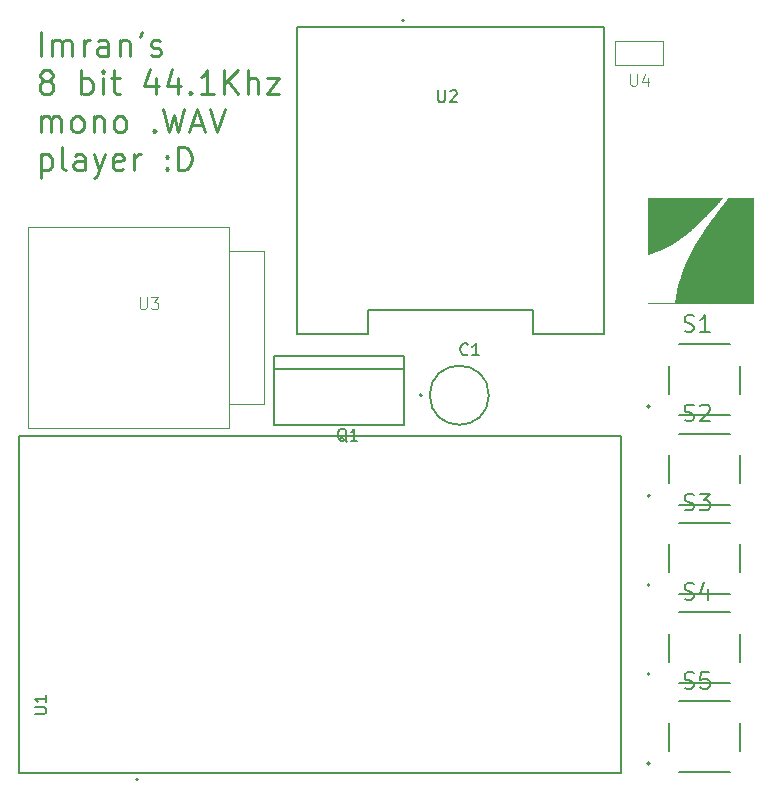
<source format=gbr>
%TF.GenerationSoftware,KiCad,Pcbnew,9.0.6*%
%TF.CreationDate,2025-12-11T14:53:55+06:00*%
%TF.ProjectId,.WAV player,2e574156-2070-46c6-9179-65722e6b6963,rev?*%
%TF.SameCoordinates,Original*%
%TF.FileFunction,Legend,Top*%
%TF.FilePolarity,Positive*%
%FSLAX46Y46*%
G04 Gerber Fmt 4.6, Leading zero omitted, Abs format (unit mm)*
G04 Created by KiCad (PCBNEW 9.0.6) date 2025-12-11 14:53:55*
%MOMM*%
%LPD*%
G01*
G04 APERTURE LIST*
%ADD10C,0.250000*%
%ADD11C,0.150000*%
%ADD12C,0.100000*%
%ADD13C,0.127000*%
%ADD14C,0.200000*%
%ADD15C,0.000000*%
G04 APERTURE END LIST*
D10*
X99446663Y-55487574D02*
X99446663Y-53487574D01*
X100399044Y-55487574D02*
X100399044Y-54154240D01*
X100399044Y-54344716D02*
X100494282Y-54249478D01*
X100494282Y-54249478D02*
X100684758Y-54154240D01*
X100684758Y-54154240D02*
X100970473Y-54154240D01*
X100970473Y-54154240D02*
X101160949Y-54249478D01*
X101160949Y-54249478D02*
X101256187Y-54439955D01*
X101256187Y-54439955D02*
X101256187Y-55487574D01*
X101256187Y-54439955D02*
X101351425Y-54249478D01*
X101351425Y-54249478D02*
X101541901Y-54154240D01*
X101541901Y-54154240D02*
X101827615Y-54154240D01*
X101827615Y-54154240D02*
X102018092Y-54249478D01*
X102018092Y-54249478D02*
X102113330Y-54439955D01*
X102113330Y-54439955D02*
X102113330Y-55487574D01*
X103065711Y-55487574D02*
X103065711Y-54154240D01*
X103065711Y-54535193D02*
X103160949Y-54344716D01*
X103160949Y-54344716D02*
X103256187Y-54249478D01*
X103256187Y-54249478D02*
X103446663Y-54154240D01*
X103446663Y-54154240D02*
X103637140Y-54154240D01*
X105160949Y-55487574D02*
X105160949Y-54439955D01*
X105160949Y-54439955D02*
X105065711Y-54249478D01*
X105065711Y-54249478D02*
X104875235Y-54154240D01*
X104875235Y-54154240D02*
X104494282Y-54154240D01*
X104494282Y-54154240D02*
X104303806Y-54249478D01*
X105160949Y-55392336D02*
X104970473Y-55487574D01*
X104970473Y-55487574D02*
X104494282Y-55487574D01*
X104494282Y-55487574D02*
X104303806Y-55392336D01*
X104303806Y-55392336D02*
X104208568Y-55201859D01*
X104208568Y-55201859D02*
X104208568Y-55011383D01*
X104208568Y-55011383D02*
X104303806Y-54820907D01*
X104303806Y-54820907D02*
X104494282Y-54725669D01*
X104494282Y-54725669D02*
X104970473Y-54725669D01*
X104970473Y-54725669D02*
X105160949Y-54630431D01*
X106113330Y-54154240D02*
X106113330Y-55487574D01*
X106113330Y-54344716D02*
X106208568Y-54249478D01*
X106208568Y-54249478D02*
X106399044Y-54154240D01*
X106399044Y-54154240D02*
X106684759Y-54154240D01*
X106684759Y-54154240D02*
X106875235Y-54249478D01*
X106875235Y-54249478D02*
X106970473Y-54439955D01*
X106970473Y-54439955D02*
X106970473Y-55487574D01*
X108018092Y-53487574D02*
X107827616Y-53868526D01*
X108779997Y-55392336D02*
X108970473Y-55487574D01*
X108970473Y-55487574D02*
X109351425Y-55487574D01*
X109351425Y-55487574D02*
X109541902Y-55392336D01*
X109541902Y-55392336D02*
X109637140Y-55201859D01*
X109637140Y-55201859D02*
X109637140Y-55106621D01*
X109637140Y-55106621D02*
X109541902Y-54916145D01*
X109541902Y-54916145D02*
X109351425Y-54820907D01*
X109351425Y-54820907D02*
X109065711Y-54820907D01*
X109065711Y-54820907D02*
X108875235Y-54725669D01*
X108875235Y-54725669D02*
X108779997Y-54535193D01*
X108779997Y-54535193D02*
X108779997Y-54439955D01*
X108779997Y-54439955D02*
X108875235Y-54249478D01*
X108875235Y-54249478D02*
X109065711Y-54154240D01*
X109065711Y-54154240D02*
X109351425Y-54154240D01*
X109351425Y-54154240D02*
X109541902Y-54249478D01*
X99732377Y-57564604D02*
X99541901Y-57469366D01*
X99541901Y-57469366D02*
X99446663Y-57374128D01*
X99446663Y-57374128D02*
X99351425Y-57183652D01*
X99351425Y-57183652D02*
X99351425Y-57088414D01*
X99351425Y-57088414D02*
X99446663Y-56897938D01*
X99446663Y-56897938D02*
X99541901Y-56802700D01*
X99541901Y-56802700D02*
X99732377Y-56707462D01*
X99732377Y-56707462D02*
X100113330Y-56707462D01*
X100113330Y-56707462D02*
X100303806Y-56802700D01*
X100303806Y-56802700D02*
X100399044Y-56897938D01*
X100399044Y-56897938D02*
X100494282Y-57088414D01*
X100494282Y-57088414D02*
X100494282Y-57183652D01*
X100494282Y-57183652D02*
X100399044Y-57374128D01*
X100399044Y-57374128D02*
X100303806Y-57469366D01*
X100303806Y-57469366D02*
X100113330Y-57564604D01*
X100113330Y-57564604D02*
X99732377Y-57564604D01*
X99732377Y-57564604D02*
X99541901Y-57659843D01*
X99541901Y-57659843D02*
X99446663Y-57755081D01*
X99446663Y-57755081D02*
X99351425Y-57945557D01*
X99351425Y-57945557D02*
X99351425Y-58326509D01*
X99351425Y-58326509D02*
X99446663Y-58516985D01*
X99446663Y-58516985D02*
X99541901Y-58612224D01*
X99541901Y-58612224D02*
X99732377Y-58707462D01*
X99732377Y-58707462D02*
X100113330Y-58707462D01*
X100113330Y-58707462D02*
X100303806Y-58612224D01*
X100303806Y-58612224D02*
X100399044Y-58516985D01*
X100399044Y-58516985D02*
X100494282Y-58326509D01*
X100494282Y-58326509D02*
X100494282Y-57945557D01*
X100494282Y-57945557D02*
X100399044Y-57755081D01*
X100399044Y-57755081D02*
X100303806Y-57659843D01*
X100303806Y-57659843D02*
X100113330Y-57564604D01*
X102875235Y-58707462D02*
X102875235Y-56707462D01*
X102875235Y-57469366D02*
X103065711Y-57374128D01*
X103065711Y-57374128D02*
X103446664Y-57374128D01*
X103446664Y-57374128D02*
X103637140Y-57469366D01*
X103637140Y-57469366D02*
X103732378Y-57564604D01*
X103732378Y-57564604D02*
X103827616Y-57755081D01*
X103827616Y-57755081D02*
X103827616Y-58326509D01*
X103827616Y-58326509D02*
X103732378Y-58516985D01*
X103732378Y-58516985D02*
X103637140Y-58612224D01*
X103637140Y-58612224D02*
X103446664Y-58707462D01*
X103446664Y-58707462D02*
X103065711Y-58707462D01*
X103065711Y-58707462D02*
X102875235Y-58612224D01*
X104684759Y-58707462D02*
X104684759Y-57374128D01*
X104684759Y-56707462D02*
X104589521Y-56802700D01*
X104589521Y-56802700D02*
X104684759Y-56897938D01*
X104684759Y-56897938D02*
X104779997Y-56802700D01*
X104779997Y-56802700D02*
X104684759Y-56707462D01*
X104684759Y-56707462D02*
X104684759Y-56897938D01*
X105351426Y-57374128D02*
X106113330Y-57374128D01*
X105637140Y-56707462D02*
X105637140Y-58421747D01*
X105637140Y-58421747D02*
X105732378Y-58612224D01*
X105732378Y-58612224D02*
X105922854Y-58707462D01*
X105922854Y-58707462D02*
X106113330Y-58707462D01*
X109160950Y-57374128D02*
X109160950Y-58707462D01*
X108684759Y-56612224D02*
X108208569Y-58040795D01*
X108208569Y-58040795D02*
X109446664Y-58040795D01*
X111065712Y-57374128D02*
X111065712Y-58707462D01*
X110589521Y-56612224D02*
X110113331Y-58040795D01*
X110113331Y-58040795D02*
X111351426Y-58040795D01*
X112113331Y-58516985D02*
X112208569Y-58612224D01*
X112208569Y-58612224D02*
X112113331Y-58707462D01*
X112113331Y-58707462D02*
X112018093Y-58612224D01*
X112018093Y-58612224D02*
X112113331Y-58516985D01*
X112113331Y-58516985D02*
X112113331Y-58707462D01*
X114113331Y-58707462D02*
X112970474Y-58707462D01*
X113541902Y-58707462D02*
X113541902Y-56707462D01*
X113541902Y-56707462D02*
X113351426Y-56993176D01*
X113351426Y-56993176D02*
X113160950Y-57183652D01*
X113160950Y-57183652D02*
X112970474Y-57278890D01*
X114970474Y-58707462D02*
X114970474Y-56707462D01*
X116113331Y-58707462D02*
X115256188Y-57564604D01*
X116113331Y-56707462D02*
X114970474Y-57850319D01*
X116970474Y-58707462D02*
X116970474Y-56707462D01*
X117827617Y-58707462D02*
X117827617Y-57659843D01*
X117827617Y-57659843D02*
X117732379Y-57469366D01*
X117732379Y-57469366D02*
X117541903Y-57374128D01*
X117541903Y-57374128D02*
X117256188Y-57374128D01*
X117256188Y-57374128D02*
X117065712Y-57469366D01*
X117065712Y-57469366D02*
X116970474Y-57564604D01*
X118589522Y-57374128D02*
X119637141Y-57374128D01*
X119637141Y-57374128D02*
X118589522Y-58707462D01*
X118589522Y-58707462D02*
X119637141Y-58707462D01*
X99446663Y-61927350D02*
X99446663Y-60594016D01*
X99446663Y-60784492D02*
X99541901Y-60689254D01*
X99541901Y-60689254D02*
X99732377Y-60594016D01*
X99732377Y-60594016D02*
X100018092Y-60594016D01*
X100018092Y-60594016D02*
X100208568Y-60689254D01*
X100208568Y-60689254D02*
X100303806Y-60879731D01*
X100303806Y-60879731D02*
X100303806Y-61927350D01*
X100303806Y-60879731D02*
X100399044Y-60689254D01*
X100399044Y-60689254D02*
X100589520Y-60594016D01*
X100589520Y-60594016D02*
X100875234Y-60594016D01*
X100875234Y-60594016D02*
X101065711Y-60689254D01*
X101065711Y-60689254D02*
X101160949Y-60879731D01*
X101160949Y-60879731D02*
X101160949Y-61927350D01*
X102399044Y-61927350D02*
X102208568Y-61832112D01*
X102208568Y-61832112D02*
X102113330Y-61736873D01*
X102113330Y-61736873D02*
X102018092Y-61546397D01*
X102018092Y-61546397D02*
X102018092Y-60974969D01*
X102018092Y-60974969D02*
X102113330Y-60784492D01*
X102113330Y-60784492D02*
X102208568Y-60689254D01*
X102208568Y-60689254D02*
X102399044Y-60594016D01*
X102399044Y-60594016D02*
X102684759Y-60594016D01*
X102684759Y-60594016D02*
X102875235Y-60689254D01*
X102875235Y-60689254D02*
X102970473Y-60784492D01*
X102970473Y-60784492D02*
X103065711Y-60974969D01*
X103065711Y-60974969D02*
X103065711Y-61546397D01*
X103065711Y-61546397D02*
X102970473Y-61736873D01*
X102970473Y-61736873D02*
X102875235Y-61832112D01*
X102875235Y-61832112D02*
X102684759Y-61927350D01*
X102684759Y-61927350D02*
X102399044Y-61927350D01*
X103922854Y-60594016D02*
X103922854Y-61927350D01*
X103922854Y-60784492D02*
X104018092Y-60689254D01*
X104018092Y-60689254D02*
X104208568Y-60594016D01*
X104208568Y-60594016D02*
X104494283Y-60594016D01*
X104494283Y-60594016D02*
X104684759Y-60689254D01*
X104684759Y-60689254D02*
X104779997Y-60879731D01*
X104779997Y-60879731D02*
X104779997Y-61927350D01*
X106018092Y-61927350D02*
X105827616Y-61832112D01*
X105827616Y-61832112D02*
X105732378Y-61736873D01*
X105732378Y-61736873D02*
X105637140Y-61546397D01*
X105637140Y-61546397D02*
X105637140Y-60974969D01*
X105637140Y-60974969D02*
X105732378Y-60784492D01*
X105732378Y-60784492D02*
X105827616Y-60689254D01*
X105827616Y-60689254D02*
X106018092Y-60594016D01*
X106018092Y-60594016D02*
X106303807Y-60594016D01*
X106303807Y-60594016D02*
X106494283Y-60689254D01*
X106494283Y-60689254D02*
X106589521Y-60784492D01*
X106589521Y-60784492D02*
X106684759Y-60974969D01*
X106684759Y-60974969D02*
X106684759Y-61546397D01*
X106684759Y-61546397D02*
X106589521Y-61736873D01*
X106589521Y-61736873D02*
X106494283Y-61832112D01*
X106494283Y-61832112D02*
X106303807Y-61927350D01*
X106303807Y-61927350D02*
X106018092Y-61927350D01*
X109065712Y-61736873D02*
X109160950Y-61832112D01*
X109160950Y-61832112D02*
X109065712Y-61927350D01*
X109065712Y-61927350D02*
X108970474Y-61832112D01*
X108970474Y-61832112D02*
X109065712Y-61736873D01*
X109065712Y-61736873D02*
X109065712Y-61927350D01*
X109827617Y-59927350D02*
X110303807Y-61927350D01*
X110303807Y-61927350D02*
X110684760Y-60498778D01*
X110684760Y-60498778D02*
X111065712Y-61927350D01*
X111065712Y-61927350D02*
X111541903Y-59927350D01*
X112208569Y-61355921D02*
X113160950Y-61355921D01*
X112018093Y-61927350D02*
X112684759Y-59927350D01*
X112684759Y-59927350D02*
X113351426Y-61927350D01*
X113732379Y-59927350D02*
X114399045Y-61927350D01*
X114399045Y-61927350D02*
X115065712Y-59927350D01*
X99446663Y-63813904D02*
X99446663Y-65813904D01*
X99446663Y-63909142D02*
X99637139Y-63813904D01*
X99637139Y-63813904D02*
X100018092Y-63813904D01*
X100018092Y-63813904D02*
X100208568Y-63909142D01*
X100208568Y-63909142D02*
X100303806Y-64004380D01*
X100303806Y-64004380D02*
X100399044Y-64194857D01*
X100399044Y-64194857D02*
X100399044Y-64766285D01*
X100399044Y-64766285D02*
X100303806Y-64956761D01*
X100303806Y-64956761D02*
X100208568Y-65052000D01*
X100208568Y-65052000D02*
X100018092Y-65147238D01*
X100018092Y-65147238D02*
X99637139Y-65147238D01*
X99637139Y-65147238D02*
X99446663Y-65052000D01*
X101541901Y-65147238D02*
X101351425Y-65052000D01*
X101351425Y-65052000D02*
X101256187Y-64861523D01*
X101256187Y-64861523D02*
X101256187Y-63147238D01*
X103160949Y-65147238D02*
X103160949Y-64099619D01*
X103160949Y-64099619D02*
X103065711Y-63909142D01*
X103065711Y-63909142D02*
X102875235Y-63813904D01*
X102875235Y-63813904D02*
X102494282Y-63813904D01*
X102494282Y-63813904D02*
X102303806Y-63909142D01*
X103160949Y-65052000D02*
X102970473Y-65147238D01*
X102970473Y-65147238D02*
X102494282Y-65147238D01*
X102494282Y-65147238D02*
X102303806Y-65052000D01*
X102303806Y-65052000D02*
X102208568Y-64861523D01*
X102208568Y-64861523D02*
X102208568Y-64671047D01*
X102208568Y-64671047D02*
X102303806Y-64480571D01*
X102303806Y-64480571D02*
X102494282Y-64385333D01*
X102494282Y-64385333D02*
X102970473Y-64385333D01*
X102970473Y-64385333D02*
X103160949Y-64290095D01*
X103922854Y-63813904D02*
X104399044Y-65147238D01*
X104875235Y-63813904D02*
X104399044Y-65147238D01*
X104399044Y-65147238D02*
X104208568Y-65623428D01*
X104208568Y-65623428D02*
X104113330Y-65718666D01*
X104113330Y-65718666D02*
X103922854Y-65813904D01*
X106399045Y-65052000D02*
X106208569Y-65147238D01*
X106208569Y-65147238D02*
X105827616Y-65147238D01*
X105827616Y-65147238D02*
X105637140Y-65052000D01*
X105637140Y-65052000D02*
X105541902Y-64861523D01*
X105541902Y-64861523D02*
X105541902Y-64099619D01*
X105541902Y-64099619D02*
X105637140Y-63909142D01*
X105637140Y-63909142D02*
X105827616Y-63813904D01*
X105827616Y-63813904D02*
X106208569Y-63813904D01*
X106208569Y-63813904D02*
X106399045Y-63909142D01*
X106399045Y-63909142D02*
X106494283Y-64099619D01*
X106494283Y-64099619D02*
X106494283Y-64290095D01*
X106494283Y-64290095D02*
X105541902Y-64480571D01*
X107351426Y-65147238D02*
X107351426Y-63813904D01*
X107351426Y-64194857D02*
X107446664Y-64004380D01*
X107446664Y-64004380D02*
X107541902Y-63909142D01*
X107541902Y-63909142D02*
X107732378Y-63813904D01*
X107732378Y-63813904D02*
X107922855Y-63813904D01*
X110113331Y-64956761D02*
X110208569Y-65052000D01*
X110208569Y-65052000D02*
X110113331Y-65147238D01*
X110113331Y-65147238D02*
X110018093Y-65052000D01*
X110018093Y-65052000D02*
X110113331Y-64956761D01*
X110113331Y-64956761D02*
X110113331Y-65147238D01*
X110113331Y-63909142D02*
X110208569Y-64004380D01*
X110208569Y-64004380D02*
X110113331Y-64099619D01*
X110113331Y-64099619D02*
X110018093Y-64004380D01*
X110018093Y-64004380D02*
X110113331Y-63909142D01*
X110113331Y-63909142D02*
X110113331Y-64099619D01*
X111065712Y-65147238D02*
X111065712Y-63147238D01*
X111065712Y-63147238D02*
X111541902Y-63147238D01*
X111541902Y-63147238D02*
X111827617Y-63242476D01*
X111827617Y-63242476D02*
X112018093Y-63432952D01*
X112018093Y-63432952D02*
X112113331Y-63623428D01*
X112113331Y-63623428D02*
X112208569Y-64004380D01*
X112208569Y-64004380D02*
X112208569Y-64290095D01*
X112208569Y-64290095D02*
X112113331Y-64671047D01*
X112113331Y-64671047D02*
X112018093Y-64861523D01*
X112018093Y-64861523D02*
X111827617Y-65052000D01*
X111827617Y-65052000D02*
X111541902Y-65147238D01*
X111541902Y-65147238D02*
X111065712Y-65147238D01*
D11*
X125334761Y-88138057D02*
X125239523Y-88090438D01*
X125239523Y-88090438D02*
X125144285Y-87995200D01*
X125144285Y-87995200D02*
X125001428Y-87852342D01*
X125001428Y-87852342D02*
X124906190Y-87804723D01*
X124906190Y-87804723D02*
X124810952Y-87804723D01*
X124858571Y-88042819D02*
X124763333Y-87995200D01*
X124763333Y-87995200D02*
X124668095Y-87899961D01*
X124668095Y-87899961D02*
X124620476Y-87709485D01*
X124620476Y-87709485D02*
X124620476Y-87376152D01*
X124620476Y-87376152D02*
X124668095Y-87185676D01*
X124668095Y-87185676D02*
X124763333Y-87090438D01*
X124763333Y-87090438D02*
X124858571Y-87042819D01*
X124858571Y-87042819D02*
X125049047Y-87042819D01*
X125049047Y-87042819D02*
X125144285Y-87090438D01*
X125144285Y-87090438D02*
X125239523Y-87185676D01*
X125239523Y-87185676D02*
X125287142Y-87376152D01*
X125287142Y-87376152D02*
X125287142Y-87709485D01*
X125287142Y-87709485D02*
X125239523Y-87899961D01*
X125239523Y-87899961D02*
X125144285Y-87995200D01*
X125144285Y-87995200D02*
X125049047Y-88042819D01*
X125049047Y-88042819D02*
X124858571Y-88042819D01*
X126239523Y-88042819D02*
X125668095Y-88042819D01*
X125953809Y-88042819D02*
X125953809Y-87042819D01*
X125953809Y-87042819D02*
X125858571Y-87185676D01*
X125858571Y-87185676D02*
X125763333Y-87280914D01*
X125763333Y-87280914D02*
X125668095Y-87328533D01*
X153948333Y-109005200D02*
X154148333Y-109071866D01*
X154148333Y-109071866D02*
X154481667Y-109071866D01*
X154481667Y-109071866D02*
X154615000Y-109005200D01*
X154615000Y-109005200D02*
X154681667Y-108938533D01*
X154681667Y-108938533D02*
X154748333Y-108805200D01*
X154748333Y-108805200D02*
X154748333Y-108671866D01*
X154748333Y-108671866D02*
X154681667Y-108538533D01*
X154681667Y-108538533D02*
X154615000Y-108471866D01*
X154615000Y-108471866D02*
X154481667Y-108405200D01*
X154481667Y-108405200D02*
X154215000Y-108338533D01*
X154215000Y-108338533D02*
X154081667Y-108271866D01*
X154081667Y-108271866D02*
X154015000Y-108205200D01*
X154015000Y-108205200D02*
X153948333Y-108071866D01*
X153948333Y-108071866D02*
X153948333Y-107938533D01*
X153948333Y-107938533D02*
X154015000Y-107805200D01*
X154015000Y-107805200D02*
X154081667Y-107738533D01*
X154081667Y-107738533D02*
X154215000Y-107671866D01*
X154215000Y-107671866D02*
X154548333Y-107671866D01*
X154548333Y-107671866D02*
X154748333Y-107738533D01*
X156015000Y-107671866D02*
X155348333Y-107671866D01*
X155348333Y-107671866D02*
X155281666Y-108338533D01*
X155281666Y-108338533D02*
X155348333Y-108271866D01*
X155348333Y-108271866D02*
X155481666Y-108205200D01*
X155481666Y-108205200D02*
X155815000Y-108205200D01*
X155815000Y-108205200D02*
X155948333Y-108271866D01*
X155948333Y-108271866D02*
X156015000Y-108338533D01*
X156015000Y-108338533D02*
X156081666Y-108471866D01*
X156081666Y-108471866D02*
X156081666Y-108805200D01*
X156081666Y-108805200D02*
X156015000Y-108938533D01*
X156015000Y-108938533D02*
X155948333Y-109005200D01*
X155948333Y-109005200D02*
X155815000Y-109071866D01*
X155815000Y-109071866D02*
X155481666Y-109071866D01*
X155481666Y-109071866D02*
X155348333Y-109005200D01*
X155348333Y-109005200D02*
X155281666Y-108938533D01*
X153948333Y-78773200D02*
X154148333Y-78839866D01*
X154148333Y-78839866D02*
X154481667Y-78839866D01*
X154481667Y-78839866D02*
X154615000Y-78773200D01*
X154615000Y-78773200D02*
X154681667Y-78706533D01*
X154681667Y-78706533D02*
X154748333Y-78573200D01*
X154748333Y-78573200D02*
X154748333Y-78439866D01*
X154748333Y-78439866D02*
X154681667Y-78306533D01*
X154681667Y-78306533D02*
X154615000Y-78239866D01*
X154615000Y-78239866D02*
X154481667Y-78173200D01*
X154481667Y-78173200D02*
X154215000Y-78106533D01*
X154215000Y-78106533D02*
X154081667Y-78039866D01*
X154081667Y-78039866D02*
X154015000Y-77973200D01*
X154015000Y-77973200D02*
X153948333Y-77839866D01*
X153948333Y-77839866D02*
X153948333Y-77706533D01*
X153948333Y-77706533D02*
X154015000Y-77573200D01*
X154015000Y-77573200D02*
X154081667Y-77506533D01*
X154081667Y-77506533D02*
X154215000Y-77439866D01*
X154215000Y-77439866D02*
X154548333Y-77439866D01*
X154548333Y-77439866D02*
X154748333Y-77506533D01*
X156081666Y-78839866D02*
X155281666Y-78839866D01*
X155681666Y-78839866D02*
X155681666Y-77439866D01*
X155681666Y-77439866D02*
X155548333Y-77639866D01*
X155548333Y-77639866D02*
X155415000Y-77773200D01*
X155415000Y-77773200D02*
X155281666Y-77839866D01*
D12*
X107823095Y-75928419D02*
X107823095Y-76737942D01*
X107823095Y-76737942D02*
X107870714Y-76833180D01*
X107870714Y-76833180D02*
X107918333Y-76880800D01*
X107918333Y-76880800D02*
X108013571Y-76928419D01*
X108013571Y-76928419D02*
X108204047Y-76928419D01*
X108204047Y-76928419D02*
X108299285Y-76880800D01*
X108299285Y-76880800D02*
X108346904Y-76833180D01*
X108346904Y-76833180D02*
X108394523Y-76737942D01*
X108394523Y-76737942D02*
X108394523Y-75928419D01*
X108775476Y-75928419D02*
X109394523Y-75928419D01*
X109394523Y-75928419D02*
X109061190Y-76309371D01*
X109061190Y-76309371D02*
X109204047Y-76309371D01*
X109204047Y-76309371D02*
X109299285Y-76356990D01*
X109299285Y-76356990D02*
X109346904Y-76404609D01*
X109346904Y-76404609D02*
X109394523Y-76499847D01*
X109394523Y-76499847D02*
X109394523Y-76737942D01*
X109394523Y-76737942D02*
X109346904Y-76833180D01*
X109346904Y-76833180D02*
X109299285Y-76880800D01*
X109299285Y-76880800D02*
X109204047Y-76928419D01*
X109204047Y-76928419D02*
X108918333Y-76928419D01*
X108918333Y-76928419D02*
X108823095Y-76880800D01*
X108823095Y-76880800D02*
X108775476Y-76833180D01*
D11*
X98915819Y-111181404D02*
X99725342Y-111181404D01*
X99725342Y-111181404D02*
X99820580Y-111133785D01*
X99820580Y-111133785D02*
X99868200Y-111086166D01*
X99868200Y-111086166D02*
X99915819Y-110990928D01*
X99915819Y-110990928D02*
X99915819Y-110800452D01*
X99915819Y-110800452D02*
X99868200Y-110705214D01*
X99868200Y-110705214D02*
X99820580Y-110657595D01*
X99820580Y-110657595D02*
X99725342Y-110609976D01*
X99725342Y-110609976D02*
X98915819Y-110609976D01*
X99915819Y-109609976D02*
X99915819Y-110181404D01*
X99915819Y-109895690D02*
X98915819Y-109895690D01*
X98915819Y-109895690D02*
X99058676Y-109990928D01*
X99058676Y-109990928D02*
X99153914Y-110086166D01*
X99153914Y-110086166D02*
X99201533Y-110181404D01*
X153948333Y-86331200D02*
X154148333Y-86397866D01*
X154148333Y-86397866D02*
X154481667Y-86397866D01*
X154481667Y-86397866D02*
X154615000Y-86331200D01*
X154615000Y-86331200D02*
X154681667Y-86264533D01*
X154681667Y-86264533D02*
X154748333Y-86131200D01*
X154748333Y-86131200D02*
X154748333Y-85997866D01*
X154748333Y-85997866D02*
X154681667Y-85864533D01*
X154681667Y-85864533D02*
X154615000Y-85797866D01*
X154615000Y-85797866D02*
X154481667Y-85731200D01*
X154481667Y-85731200D02*
X154215000Y-85664533D01*
X154215000Y-85664533D02*
X154081667Y-85597866D01*
X154081667Y-85597866D02*
X154015000Y-85531200D01*
X154015000Y-85531200D02*
X153948333Y-85397866D01*
X153948333Y-85397866D02*
X153948333Y-85264533D01*
X153948333Y-85264533D02*
X154015000Y-85131200D01*
X154015000Y-85131200D02*
X154081667Y-85064533D01*
X154081667Y-85064533D02*
X154215000Y-84997866D01*
X154215000Y-84997866D02*
X154548333Y-84997866D01*
X154548333Y-84997866D02*
X154748333Y-85064533D01*
X155281666Y-85131200D02*
X155348333Y-85064533D01*
X155348333Y-85064533D02*
X155481666Y-84997866D01*
X155481666Y-84997866D02*
X155815000Y-84997866D01*
X155815000Y-84997866D02*
X155948333Y-85064533D01*
X155948333Y-85064533D02*
X156015000Y-85131200D01*
X156015000Y-85131200D02*
X156081666Y-85264533D01*
X156081666Y-85264533D02*
X156081666Y-85397866D01*
X156081666Y-85397866D02*
X156015000Y-85597866D01*
X156015000Y-85597866D02*
X155215000Y-86397866D01*
X155215000Y-86397866D02*
X156081666Y-86397866D01*
X153948333Y-101447200D02*
X154148333Y-101513866D01*
X154148333Y-101513866D02*
X154481667Y-101513866D01*
X154481667Y-101513866D02*
X154615000Y-101447200D01*
X154615000Y-101447200D02*
X154681667Y-101380533D01*
X154681667Y-101380533D02*
X154748333Y-101247200D01*
X154748333Y-101247200D02*
X154748333Y-101113866D01*
X154748333Y-101113866D02*
X154681667Y-100980533D01*
X154681667Y-100980533D02*
X154615000Y-100913866D01*
X154615000Y-100913866D02*
X154481667Y-100847200D01*
X154481667Y-100847200D02*
X154215000Y-100780533D01*
X154215000Y-100780533D02*
X154081667Y-100713866D01*
X154081667Y-100713866D02*
X154015000Y-100647200D01*
X154015000Y-100647200D02*
X153948333Y-100513866D01*
X153948333Y-100513866D02*
X153948333Y-100380533D01*
X153948333Y-100380533D02*
X154015000Y-100247200D01*
X154015000Y-100247200D02*
X154081667Y-100180533D01*
X154081667Y-100180533D02*
X154215000Y-100113866D01*
X154215000Y-100113866D02*
X154548333Y-100113866D01*
X154548333Y-100113866D02*
X154748333Y-100180533D01*
X155948333Y-100580533D02*
X155948333Y-101513866D01*
X155615000Y-100047200D02*
X155281666Y-101047200D01*
X155281666Y-101047200D02*
X156148333Y-101047200D01*
X153948333Y-93889200D02*
X154148333Y-93955866D01*
X154148333Y-93955866D02*
X154481667Y-93955866D01*
X154481667Y-93955866D02*
X154615000Y-93889200D01*
X154615000Y-93889200D02*
X154681667Y-93822533D01*
X154681667Y-93822533D02*
X154748333Y-93689200D01*
X154748333Y-93689200D02*
X154748333Y-93555866D01*
X154748333Y-93555866D02*
X154681667Y-93422533D01*
X154681667Y-93422533D02*
X154615000Y-93355866D01*
X154615000Y-93355866D02*
X154481667Y-93289200D01*
X154481667Y-93289200D02*
X154215000Y-93222533D01*
X154215000Y-93222533D02*
X154081667Y-93155866D01*
X154081667Y-93155866D02*
X154015000Y-93089200D01*
X154015000Y-93089200D02*
X153948333Y-92955866D01*
X153948333Y-92955866D02*
X153948333Y-92822533D01*
X153948333Y-92822533D02*
X154015000Y-92689200D01*
X154015000Y-92689200D02*
X154081667Y-92622533D01*
X154081667Y-92622533D02*
X154215000Y-92555866D01*
X154215000Y-92555866D02*
X154548333Y-92555866D01*
X154548333Y-92555866D02*
X154748333Y-92622533D01*
X155215000Y-92555866D02*
X156081666Y-92555866D01*
X156081666Y-92555866D02*
X155615000Y-93089200D01*
X155615000Y-93089200D02*
X155815000Y-93089200D01*
X155815000Y-93089200D02*
X155948333Y-93155866D01*
X155948333Y-93155866D02*
X156015000Y-93222533D01*
X156015000Y-93222533D02*
X156081666Y-93355866D01*
X156081666Y-93355866D02*
X156081666Y-93689200D01*
X156081666Y-93689200D02*
X156015000Y-93822533D01*
X156015000Y-93822533D02*
X155948333Y-93889200D01*
X155948333Y-93889200D02*
X155815000Y-93955866D01*
X155815000Y-93955866D02*
X155415000Y-93955866D01*
X155415000Y-93955866D02*
X155281666Y-93889200D01*
X155281666Y-93889200D02*
X155215000Y-93822533D01*
X135590633Y-80725580D02*
X135543014Y-80773200D01*
X135543014Y-80773200D02*
X135400157Y-80820819D01*
X135400157Y-80820819D02*
X135304919Y-80820819D01*
X135304919Y-80820819D02*
X135162062Y-80773200D01*
X135162062Y-80773200D02*
X135066824Y-80677961D01*
X135066824Y-80677961D02*
X135019205Y-80582723D01*
X135019205Y-80582723D02*
X134971586Y-80392247D01*
X134971586Y-80392247D02*
X134971586Y-80249390D01*
X134971586Y-80249390D02*
X135019205Y-80058914D01*
X135019205Y-80058914D02*
X135066824Y-79963676D01*
X135066824Y-79963676D02*
X135162062Y-79868438D01*
X135162062Y-79868438D02*
X135304919Y-79820819D01*
X135304919Y-79820819D02*
X135400157Y-79820819D01*
X135400157Y-79820819D02*
X135543014Y-79868438D01*
X135543014Y-79868438D02*
X135590633Y-79916057D01*
X136543014Y-80820819D02*
X135971586Y-80820819D01*
X136257300Y-80820819D02*
X136257300Y-79820819D01*
X136257300Y-79820819D02*
X136162062Y-79963676D01*
X136162062Y-79963676D02*
X136066824Y-80058914D01*
X136066824Y-80058914D02*
X135971586Y-80106533D01*
X133096095Y-58382819D02*
X133096095Y-59192342D01*
X133096095Y-59192342D02*
X133143714Y-59287580D01*
X133143714Y-59287580D02*
X133191333Y-59335200D01*
X133191333Y-59335200D02*
X133286571Y-59382819D01*
X133286571Y-59382819D02*
X133477047Y-59382819D01*
X133477047Y-59382819D02*
X133572285Y-59335200D01*
X133572285Y-59335200D02*
X133619904Y-59287580D01*
X133619904Y-59287580D02*
X133667523Y-59192342D01*
X133667523Y-59192342D02*
X133667523Y-58382819D01*
X134096095Y-58478057D02*
X134143714Y-58430438D01*
X134143714Y-58430438D02*
X134238952Y-58382819D01*
X134238952Y-58382819D02*
X134477047Y-58382819D01*
X134477047Y-58382819D02*
X134572285Y-58430438D01*
X134572285Y-58430438D02*
X134619904Y-58478057D01*
X134619904Y-58478057D02*
X134667523Y-58573295D01*
X134667523Y-58573295D02*
X134667523Y-58668533D01*
X134667523Y-58668533D02*
X134619904Y-58811390D01*
X134619904Y-58811390D02*
X134048476Y-59382819D01*
X134048476Y-59382819D02*
X134667523Y-59382819D01*
D12*
X149352095Y-57012419D02*
X149352095Y-57821942D01*
X149352095Y-57821942D02*
X149399714Y-57917180D01*
X149399714Y-57917180D02*
X149447333Y-57964800D01*
X149447333Y-57964800D02*
X149542571Y-58012419D01*
X149542571Y-58012419D02*
X149733047Y-58012419D01*
X149733047Y-58012419D02*
X149828285Y-57964800D01*
X149828285Y-57964800D02*
X149875904Y-57917180D01*
X149875904Y-57917180D02*
X149923523Y-57821942D01*
X149923523Y-57821942D02*
X149923523Y-57012419D01*
X150828285Y-57345752D02*
X150828285Y-58012419D01*
X150590190Y-56964800D02*
X150352095Y-57679085D01*
X150352095Y-57679085D02*
X150971142Y-57679085D01*
D13*
%TO.C,Q1*%
X119214000Y-80920000D02*
X130214000Y-80920000D01*
X119214000Y-82020000D02*
X119214000Y-80920000D01*
X119214000Y-82020000D02*
X130214000Y-82020000D01*
X119214000Y-86720000D02*
X119214000Y-82020000D01*
X130214000Y-80920000D02*
X130214000Y-82020000D01*
X130214000Y-82020000D02*
X130214000Y-86720000D01*
X130214000Y-86720000D02*
X119214000Y-86720000D01*
%TO.C,S5*%
X152650000Y-111948500D02*
X152650000Y-114313500D01*
X153467500Y-110131000D02*
X157832500Y-110131000D01*
X153467500Y-116131000D02*
X157832500Y-116131000D01*
X158650000Y-111948500D02*
X158650000Y-114313500D01*
D14*
X151000000Y-115381000D02*
G75*
G02*
X150800000Y-115381000I-100000J0D01*
G01*
X150800000Y-115381000D02*
G75*
G02*
X151000000Y-115381000I100000J0D01*
G01*
D13*
%TO.C,S1*%
X152650000Y-81716500D02*
X152650000Y-84081500D01*
X153467500Y-79899000D02*
X157832500Y-79899000D01*
X153467500Y-85899000D02*
X157832500Y-85899000D01*
X158650000Y-81716500D02*
X158650000Y-84081500D01*
D14*
X151000000Y-85149000D02*
G75*
G02*
X150800000Y-85149000I-100000J0D01*
G01*
X150800000Y-85149000D02*
G75*
G02*
X151000000Y-85149000I100000J0D01*
G01*
%TO.C,U3*%
D12*
X98334000Y-86962000D02*
X115334000Y-86962000D01*
X115334000Y-69962000D01*
X98334000Y-69962000D01*
X98334000Y-86962000D01*
X115334000Y-84962000D02*
X118334000Y-84962000D01*
X118334000Y-71962000D01*
X115334000Y-71962000D01*
X115334000Y-84962000D01*
D13*
%TO.C,U1*%
X97608000Y-87662000D02*
X148558000Y-87662000D01*
X97608000Y-87662000D02*
X148558000Y-87662000D01*
X97608000Y-98392000D02*
X97608000Y-87662000D01*
X97608000Y-105103000D02*
X97608000Y-98392000D01*
X97608000Y-116172000D02*
X97608000Y-87662000D01*
X97608000Y-116172000D02*
X97608000Y-105103000D01*
X148558000Y-87662000D02*
X148558000Y-116172000D01*
X148558000Y-93112000D02*
X148558000Y-87662000D01*
X148558000Y-110802000D02*
X148558000Y-93112000D01*
X148558000Y-116172000D02*
X97608000Y-116172000D01*
X148558000Y-116172000D02*
X97608000Y-116172000D01*
X148558000Y-116172000D02*
X148558000Y-110802000D01*
D14*
X107668000Y-116742000D02*
G75*
G02*
X107468000Y-116742000I-100000J0D01*
G01*
X107468000Y-116742000D02*
G75*
G02*
X107668000Y-116742000I100000J0D01*
G01*
D15*
%TO.C,G\u002A\u002A\u002A*%
G36*
X153587097Y-74372275D02*
G01*
X153582929Y-74376443D01*
X153578761Y-74372275D01*
X153582929Y-74368107D01*
X153587097Y-74372275D01*
G37*
G36*
X154022657Y-67507914D02*
G01*
X157225791Y-67508305D01*
X157196615Y-67530838D01*
X157165635Y-67556876D01*
X157135775Y-67586964D01*
X157103708Y-67624709D01*
X157071574Y-67666383D01*
X157046970Y-67697974D01*
X157016861Y-67734153D01*
X156979824Y-67776535D01*
X156934435Y-67826735D01*
X156879271Y-67886365D01*
X156851551Y-67915990D01*
X156828088Y-67942072D01*
X156805743Y-67968648D01*
X156794809Y-67982678D01*
X156779614Y-68001251D01*
X156756327Y-68027395D01*
X156728706Y-68056955D01*
X156711842Y-68074375D01*
X156671888Y-68115478D01*
X156629374Y-68159973D01*
X156586278Y-68205716D01*
X156544573Y-68250566D01*
X156506238Y-68292380D01*
X156473249Y-68329016D01*
X156447580Y-68358331D01*
X156431210Y-68378183D01*
X156429504Y-68380449D01*
X156409533Y-68404091D01*
X156383356Y-68430653D01*
X156365720Y-68446565D01*
X156341774Y-68469166D01*
X156312981Y-68499725D01*
X156284399Y-68532790D01*
X156275479Y-68543823D01*
X156253192Y-68571006D01*
X156234148Y-68592454D01*
X156221010Y-68605260D01*
X156217127Y-68607584D01*
X156206367Y-68613955D01*
X156185966Y-68631329D01*
X156157355Y-68658245D01*
X156121963Y-68693242D01*
X156081221Y-68734856D01*
X156036558Y-68781627D01*
X155989405Y-68832092D01*
X155941191Y-68884790D01*
X155893348Y-68938258D01*
X155890637Y-68941326D01*
X155855533Y-68980048D01*
X155812446Y-69025973D01*
X155765475Y-69074823D01*
X155718724Y-69122315D01*
X155688543Y-69152245D01*
X155652500Y-69187822D01*
X155620911Y-69219522D01*
X155595590Y-69245481D01*
X155578352Y-69263836D01*
X155571009Y-69272725D01*
X155570874Y-69273118D01*
X155564582Y-69280546D01*
X155548094Y-69294996D01*
X155524671Y-69313650D01*
X155518773Y-69318142D01*
X155496330Y-69336484D01*
X155464990Y-69364016D01*
X155427626Y-69398117D01*
X155387107Y-69436166D01*
X155346305Y-69475543D01*
X155345300Y-69476527D01*
X155286830Y-69533679D01*
X155234722Y-69584280D01*
X155189901Y-69627451D01*
X155153292Y-69662308D01*
X155125822Y-69687972D01*
X155108414Y-69703559D01*
X155102111Y-69708245D01*
X155095509Y-69713781D01*
X155079174Y-69729051D01*
X155055207Y-69752047D01*
X155025712Y-69780760D01*
X155007980Y-69798177D01*
X154965324Y-69839684D01*
X154918304Y-69884566D01*
X154869816Y-69930131D01*
X154822757Y-69973690D01*
X154780024Y-70012553D01*
X154744515Y-70044030D01*
X154727754Y-70058359D01*
X154706574Y-70076719D01*
X154681204Y-70099582D01*
X154669455Y-70110460D01*
X154650573Y-70127683D01*
X154637176Y-70139036D01*
X154633110Y-70141720D01*
X154626309Y-70147167D01*
X154610171Y-70161925D01*
X154587248Y-70183617D01*
X154565018Y-70205071D01*
X154509583Y-70258513D01*
X154458465Y-70306844D01*
X154413501Y-70348368D01*
X154376527Y-70381389D01*
X154349381Y-70404212D01*
X154349262Y-70404306D01*
X154328663Y-70420938D01*
X154312882Y-70434206D01*
X154308777Y-70437909D01*
X154293806Y-70451401D01*
X154269165Y-70472671D01*
X154238120Y-70498981D01*
X154203938Y-70527592D01*
X154169886Y-70555766D01*
X154139232Y-70580766D01*
X154120116Y-70596036D01*
X154090193Y-70620089D01*
X154061141Y-70644262D01*
X154038899Y-70663607D01*
X154037623Y-70664769D01*
X154018291Y-70680744D01*
X154002892Y-70690477D01*
X153998343Y-70691861D01*
X153987048Y-70696420D01*
X153985839Y-70698242D01*
X153978349Y-70705674D01*
X153960484Y-70720470D01*
X153935318Y-70740138D01*
X153918456Y-70752894D01*
X153890775Y-70774303D01*
X153869023Y-70792475D01*
X153856124Y-70804894D01*
X153853851Y-70808511D01*
X153847064Y-70816908D01*
X153839263Y-70820611D01*
X153825349Y-70828617D01*
X153804618Y-70844298D01*
X153787832Y-70858685D01*
X153766389Y-70876567D01*
X153748750Y-70888648D01*
X153740541Y-70891966D01*
X153728270Y-70897384D01*
X153710942Y-70910816D01*
X153706527Y-70914956D01*
X153684894Y-70932247D01*
X153656351Y-70950390D01*
X153641282Y-70958440D01*
X153616667Y-70971473D01*
X153587953Y-70988612D01*
X153553014Y-71011247D01*
X153509725Y-71040769D01*
X153455961Y-71078568D01*
X153436683Y-71092292D01*
X153409790Y-71111071D01*
X153388162Y-71125407D01*
X153375256Y-71133040D01*
X153373369Y-71133712D01*
X153364570Y-71139196D01*
X153350705Y-71152410D01*
X153350475Y-71152657D01*
X153330770Y-71169105D01*
X153305850Y-71184320D01*
X153302735Y-71185847D01*
X153280475Y-71198261D01*
X153264048Y-71210678D01*
X153262118Y-71212751D01*
X153249884Y-71223325D01*
X153243960Y-71225409D01*
X153232404Y-71230046D01*
X153214190Y-71241153D01*
X153195462Y-71254523D01*
X153182368Y-71265949D01*
X153180019Y-71269173D01*
X153170420Y-71275050D01*
X153166648Y-71275425D01*
X153153602Y-71280658D01*
X153136467Y-71293335D01*
X153135530Y-71294182D01*
X153115484Y-71309709D01*
X153089018Y-71326859D01*
X153078044Y-71333154D01*
X153047353Y-71351682D01*
X153015901Y-71373229D01*
X153007740Y-71379389D01*
X152979548Y-71400307D01*
X152949523Y-71421035D01*
X152941052Y-71426531D01*
X152912914Y-71444576D01*
X152881681Y-71464916D01*
X152870942Y-71471992D01*
X152812914Y-71508798D01*
X152756662Y-71540677D01*
X152730566Y-71554324D01*
X152707150Y-71567529D01*
X152691269Y-71578795D01*
X152686802Y-71584473D01*
X152679664Y-71590280D01*
X152665962Y-71592196D01*
X152650296Y-71595049D01*
X152645121Y-71600532D01*
X152638318Y-71607804D01*
X152631848Y-71608868D01*
X152616254Y-71613763D01*
X152597391Y-71625531D01*
X152597380Y-71625540D01*
X152579632Y-71637216D01*
X152566280Y-71642210D01*
X152566097Y-71642212D01*
X152553393Y-71647888D01*
X152540921Y-71658884D01*
X152524263Y-71671530D01*
X152510944Y-71675557D01*
X152495528Y-71679701D01*
X152490904Y-71683893D01*
X152479054Y-71691090D01*
X152470864Y-71692229D01*
X152454288Y-71698066D01*
X152440888Y-71708901D01*
X152425698Y-71721440D01*
X152414588Y-71725573D01*
X152404343Y-71729980D01*
X152403375Y-71732981D01*
X152396105Y-71739287D01*
X152378278Y-71745050D01*
X152375037Y-71745706D01*
X152352641Y-71752792D01*
X152337022Y-71762714D01*
X152336504Y-71763306D01*
X152320290Y-71773870D01*
X152311150Y-71775589D01*
X152296017Y-71779076D01*
X152291545Y-71782782D01*
X152281453Y-71789151D01*
X152261022Y-71797000D01*
X152249531Y-71800493D01*
X152224865Y-71809202D01*
X152206590Y-71818866D01*
X152202448Y-71822477D01*
X152190288Y-71832382D01*
X152185022Y-71833942D01*
X152173236Y-71839261D01*
X152164619Y-71846434D01*
X152146954Y-71857933D01*
X152129786Y-71864200D01*
X152107525Y-71872908D01*
X152083847Y-71886877D01*
X152082437Y-71887899D01*
X152063142Y-71898721D01*
X152033966Y-71911402D01*
X152000335Y-71923991D01*
X151967675Y-71934541D01*
X151941414Y-71941101D01*
X151930984Y-71942311D01*
X151920823Y-71947300D01*
X151919884Y-71950647D01*
X151912762Y-71956957D01*
X151899436Y-71958983D01*
X151874624Y-71962279D01*
X151859839Y-71966755D01*
X151841563Y-71973272D01*
X151814038Y-71982112D01*
X151790674Y-71989158D01*
X151763873Y-71997568D01*
X151744152Y-72004818D01*
X151736490Y-72008828D01*
X151726609Y-72013936D01*
X151706375Y-72021086D01*
X151694810Y-72024566D01*
X151666026Y-72033922D01*
X151639857Y-72044245D01*
X151633698Y-72047141D01*
X151613318Y-72055607D01*
X151598269Y-72059016D01*
X151587617Y-72063739D01*
X151586441Y-72067352D01*
X151579339Y-72073733D01*
X151566621Y-72075688D01*
X151547108Y-72080217D01*
X151537288Y-72087152D01*
X151523382Y-72095709D01*
X151500611Y-72102766D01*
X151493761Y-72104054D01*
X151469107Y-72110372D01*
X151450484Y-72119243D01*
X151447694Y-72121547D01*
X151432230Y-72131107D01*
X151408408Y-72140202D01*
X151400588Y-72142371D01*
X151370734Y-72151192D01*
X151342341Y-72161623D01*
X151338160Y-72163431D01*
X151316390Y-72171748D01*
X151299728Y-72175674D01*
X151298564Y-72175721D01*
X151287647Y-72179916D01*
X151286342Y-72183324D01*
X151278984Y-72189318D01*
X151260592Y-72195078D01*
X151252998Y-72196561D01*
X151232169Y-72201595D01*
X151220535Y-72207349D01*
X151219654Y-72209065D01*
X151212300Y-72214599D01*
X151193916Y-72220102D01*
X151186310Y-72221569D01*
X151165483Y-72226513D01*
X151153848Y-72232042D01*
X151152965Y-72233667D01*
X151145507Y-72238635D01*
X151126094Y-72245095D01*
X151102949Y-72250745D01*
X151076759Y-72257178D01*
X151058653Y-72263298D01*
X151052932Y-72267230D01*
X151045499Y-72271981D01*
X151026220Y-72278313D01*
X151005000Y-72283549D01*
X150975682Y-72291112D01*
X150950995Y-72299512D01*
X150940213Y-72304661D01*
X150922195Y-72312257D01*
X150894602Y-72320090D01*
X150864416Y-72326426D01*
X150840363Y-72329445D01*
X150837683Y-72337802D01*
X150835150Y-72361984D01*
X150832806Y-72401145D01*
X150830694Y-72454439D01*
X150828858Y-72521020D01*
X150827672Y-72580020D01*
X150827326Y-72591447D01*
X150826977Y-72586751D01*
X150826625Y-72566480D01*
X150826271Y-72531183D01*
X150825917Y-72481408D01*
X150825565Y-72417704D01*
X150825215Y-72340620D01*
X150824870Y-72250705D01*
X150824530Y-72148506D01*
X150824198Y-72034573D01*
X150823874Y-71909455D01*
X150823560Y-71773700D01*
X150823257Y-71627856D01*
X150822967Y-71472472D01*
X150822692Y-71308097D01*
X150822432Y-71135280D01*
X150822189Y-70954570D01*
X150821964Y-70766514D01*
X150821760Y-70571661D01*
X150821576Y-70370561D01*
X150821420Y-70168812D01*
X150819523Y-67507523D01*
X154022657Y-67507914D01*
G37*
G36*
X159822476Y-72008999D02*
G01*
X159822476Y-76510476D01*
X155320999Y-76510476D01*
X150819523Y-76510476D01*
X150819523Y-76456292D01*
X150819523Y-76402107D01*
X151905295Y-76401018D01*
X152039701Y-76400844D01*
X152170269Y-76400599D01*
X152295944Y-76400290D01*
X152415674Y-76399921D01*
X152528403Y-76399499D01*
X152633077Y-76399028D01*
X152728644Y-76398516D01*
X152814048Y-76397967D01*
X152888235Y-76397388D01*
X152950151Y-76396784D01*
X152998743Y-76396160D01*
X153032956Y-76395524D01*
X153051735Y-76394879D01*
X153053361Y-76394766D01*
X153115654Y-76389603D01*
X153123013Y-76352091D01*
X153128842Y-76328694D01*
X153135037Y-76313077D01*
X153137385Y-76310192D01*
X153142180Y-76300001D01*
X153146614Y-76278888D01*
X153148434Y-76264344D01*
X153154911Y-76218535D01*
X153163845Y-76188442D01*
X153173469Y-76175415D01*
X153178215Y-76164484D01*
X153181125Y-76142452D01*
X153181605Y-76123315D01*
X153182829Y-76093080D01*
X153187686Y-76078562D01*
X153191148Y-76077001D01*
X153198811Y-76068751D01*
X153206663Y-76043973D01*
X153214712Y-76002629D01*
X153222966Y-75944679D01*
X153228017Y-75901943D01*
X153232654Y-75862280D01*
X153238808Y-75812412D01*
X153245688Y-75758643D01*
X153252499Y-75707279D01*
X153252666Y-75706046D01*
X153259185Y-75655692D01*
X153265402Y-75603590D01*
X153270633Y-75555712D01*
X153274198Y-75518031D01*
X153274332Y-75516372D01*
X153277712Y-75484448D01*
X153281824Y-75460773D01*
X153285997Y-75448761D01*
X153287749Y-75448091D01*
X153291627Y-75443004D01*
X153294334Y-75424824D01*
X153295335Y-75397555D01*
X153296570Y-75366548D01*
X153299789Y-75340564D01*
X153303758Y-75326591D01*
X153309169Y-75309967D01*
X153314415Y-75283324D01*
X153317450Y-75260450D01*
X153321379Y-75233979D01*
X153326310Y-75215727D01*
X153330463Y-75210050D01*
X153335571Y-75203106D01*
X153335785Y-75191293D01*
X153337117Y-75170660D01*
X153341155Y-75160033D01*
X153346343Y-75144676D01*
X153350680Y-75119860D01*
X153352091Y-75105940D01*
X153355415Y-75078644D01*
X153360267Y-75056753D01*
X153362797Y-75050219D01*
X153368745Y-75030842D01*
X153370359Y-75014587D01*
X153373452Y-74992073D01*
X153378380Y-74978611D01*
X153384516Y-74962792D01*
X153392668Y-74935686D01*
X153401569Y-74902352D01*
X153409952Y-74867850D01*
X153416549Y-74837236D01*
X153420092Y-74815571D01*
X153420376Y-74811031D01*
X153425798Y-74795529D01*
X153432233Y-74790480D01*
X153440391Y-74779875D01*
X153440182Y-74770832D01*
X153441615Y-74755335D01*
X153449472Y-74731611D01*
X153457466Y-74714054D01*
X153469221Y-74689095D01*
X153476932Y-74669198D01*
X153478693Y-74661414D01*
X153481766Y-74648100D01*
X153489599Y-74624868D01*
X153500177Y-74597032D01*
X153511484Y-74569907D01*
X153521123Y-74549529D01*
X153527792Y-74528435D01*
X153528745Y-74518761D01*
X153532547Y-74502756D01*
X153537081Y-74497316D01*
X153544532Y-74485350D01*
X153545417Y-74478854D01*
X153550219Y-74464042D01*
X153562142Y-74443856D01*
X153566020Y-74438533D01*
X153580753Y-74412119D01*
X153590914Y-74381268D01*
X153592018Y-74375226D01*
X153597576Y-74351010D01*
X153605057Y-74333715D01*
X153607782Y-74330513D01*
X153616103Y-74317021D01*
X153622525Y-74295382D01*
X153622947Y-74293001D01*
X153630379Y-74250878D01*
X153637921Y-74213193D01*
X153644830Y-74183263D01*
X153650363Y-74164404D01*
X153652803Y-74159705D01*
X153658148Y-74148463D01*
X153658246Y-74147201D01*
X153660244Y-74126162D01*
X153664387Y-74099077D01*
X153669596Y-74071656D01*
X153674789Y-74049611D01*
X153678739Y-74038832D01*
X153684248Y-74025422D01*
X153689130Y-74003827D01*
X153689524Y-74001320D01*
X153694934Y-73973111D01*
X153702988Y-73940293D01*
X153712442Y-73906949D01*
X153722054Y-73877161D01*
X153730584Y-73855011D01*
X153736789Y-73844581D01*
X153737280Y-73844324D01*
X153744195Y-73834798D01*
X153745482Y-73826060D01*
X153748924Y-73810766D01*
X153752724Y-73806099D01*
X153758542Y-73795682D01*
X153764042Y-73775319D01*
X153765224Y-73768734D01*
X153771157Y-73744243D01*
X153782125Y-73709420D01*
X153796366Y-73669157D01*
X153812121Y-73628346D01*
X153827629Y-73591881D01*
X153833010Y-73580348D01*
X153844542Y-73554635D01*
X153853424Y-73532416D01*
X153862000Y-73515998D01*
X153870317Y-73509492D01*
X153877355Y-73502543D01*
X153878860Y-73493514D01*
X153881741Y-73478914D01*
X153885238Y-73474758D01*
X153892389Y-73465669D01*
X153903285Y-73445435D01*
X153915946Y-73418565D01*
X153928389Y-73389572D01*
X153938635Y-73362967D01*
X153944701Y-73343261D01*
X153945548Y-73337419D01*
X153949081Y-73319963D01*
X153957956Y-73295764D01*
X153962220Y-73286386D01*
X153972469Y-73261518D01*
X153978347Y-73240176D01*
X153978892Y-73234691D01*
X153982485Y-73212809D01*
X153986211Y-73203028D01*
X154003865Y-73164632D01*
X154015826Y-73131399D01*
X154020553Y-73107655D01*
X154020573Y-73106503D01*
X154025605Y-73084546D01*
X154032812Y-73071357D01*
X154042574Y-73054093D01*
X154045316Y-73043585D01*
X154049327Y-73028511D01*
X154059834Y-73002378D01*
X154075125Y-72968640D01*
X154093489Y-72930750D01*
X154113213Y-72892160D01*
X154132585Y-72856324D01*
X154149894Y-72826695D01*
X154161488Y-72809262D01*
X154178926Y-72784084D01*
X154194317Y-72759220D01*
X154196621Y-72755077D01*
X154206647Y-72733516D01*
X154218243Y-72704281D01*
X154229640Y-72672447D01*
X154239066Y-72643092D01*
X154244753Y-72621291D01*
X154245647Y-72614455D01*
X154250380Y-72599982D01*
X154260729Y-72583228D01*
X154270080Y-72567759D01*
X154283985Y-72540899D01*
X154300473Y-72506598D01*
X154315529Y-72473447D01*
X154334764Y-72431337D01*
X154355257Y-72388807D01*
X154374153Y-72351677D01*
X154385061Y-72331734D01*
X154412240Y-72284079D01*
X154432011Y-72248308D01*
X154445617Y-72222047D01*
X154454299Y-72202927D01*
X154458330Y-72191836D01*
X154468389Y-72164171D01*
X154483266Y-72128590D01*
X154501234Y-72088677D01*
X154520568Y-72048014D01*
X154539541Y-72010187D01*
X154556427Y-71978779D01*
X154569499Y-71957372D01*
X154574094Y-71951510D01*
X154588314Y-71934207D01*
X154595535Y-71920603D01*
X154595761Y-71918930D01*
X154601231Y-71909577D01*
X154604097Y-71908967D01*
X154611535Y-71902233D01*
X154612434Y-71896716D01*
X154616316Y-71881967D01*
X154625957Y-71860608D01*
X154629106Y-71854782D01*
X154639644Y-71834367D01*
X154645410Y-71819985D01*
X154645778Y-71817806D01*
X154649895Y-71807816D01*
X154660875Y-71787482D01*
X154676656Y-71760545D01*
X154683290Y-71749671D01*
X154700368Y-71720940D01*
X154713376Y-71697092D01*
X154720237Y-71682012D01*
X154720802Y-71679477D01*
X154726396Y-71667832D01*
X154740003Y-71652110D01*
X154741401Y-71650776D01*
X154758857Y-71628582D01*
X154771223Y-71603474D01*
X154779122Y-71584935D01*
X154786528Y-71575742D01*
X154787478Y-71575524D01*
X154793795Y-71568526D01*
X154805672Y-71549513D01*
X154821361Y-71521455D01*
X154837724Y-71490079D01*
X154855328Y-71455849D01*
X154870513Y-71427387D01*
X154881563Y-71407843D01*
X154886574Y-71400466D01*
X154893091Y-71391812D01*
X154905647Y-71372293D01*
X154921964Y-71345498D01*
X154928898Y-71333778D01*
X154947136Y-71303413D01*
X154963586Y-71277279D01*
X154975453Y-71259775D01*
X154977865Y-71256669D01*
X154984546Y-71245510D01*
X154982597Y-71241953D01*
X154980690Y-71238367D01*
X154983677Y-71235701D01*
X154991419Y-71225687D01*
X155003918Y-71204887D01*
X155018662Y-71177521D01*
X155020812Y-71173309D01*
X155035189Y-71146402D01*
X155047238Y-71126503D01*
X155054704Y-71117282D01*
X155055390Y-71117040D01*
X155062506Y-71110207D01*
X155066589Y-71100873D01*
X155074045Y-71085487D01*
X155088596Y-71060917D01*
X155107450Y-71031402D01*
X155127814Y-71001182D01*
X155146895Y-70974495D01*
X155161901Y-70955583D01*
X155163376Y-70953949D01*
X155175268Y-70936345D01*
X155179286Y-70922689D01*
X155182804Y-70910629D01*
X155186489Y-70908638D01*
X155194849Y-70902266D01*
X155208328Y-70885973D01*
X155217330Y-70873210D01*
X155234278Y-70848814D01*
X155250017Y-70827767D01*
X155255501Y-70821078D01*
X155266116Y-70806601D01*
X155282268Y-70781947D01*
X155301192Y-70751397D01*
X155310104Y-70736483D01*
X155398390Y-70594632D01*
X155484192Y-70468078D01*
X155508735Y-70432018D01*
X155532529Y-70395133D01*
X155551973Y-70363085D01*
X155559217Y-70350122D01*
X155573718Y-70324816D01*
X155586689Y-70305549D01*
X155594006Y-70297607D01*
X155603482Y-70287048D01*
X155604426Y-70283259D01*
X155608891Y-70273735D01*
X155621039Y-70253538D01*
X155638999Y-70225659D01*
X155660235Y-70194061D01*
X155686040Y-70156265D01*
X155711923Y-70118180D01*
X155734411Y-70084922D01*
X155746853Y-70066388D01*
X155764825Y-70040777D01*
X155781089Y-70019835D01*
X155791076Y-70009099D01*
X155802012Y-69997471D01*
X155804491Y-69991926D01*
X155808810Y-69982775D01*
X155820408Y-69963159D01*
X155837253Y-69936440D01*
X155848256Y-69919574D01*
X155870363Y-69885727D01*
X155891579Y-69852643D01*
X155908386Y-69825831D01*
X155912860Y-69818472D01*
X155927785Y-69794800D01*
X155951536Y-69758771D01*
X155983283Y-69711617D01*
X156022193Y-69654573D01*
X156067435Y-69588869D01*
X156082896Y-69566531D01*
X156110885Y-69527083D01*
X156143891Y-69482037D01*
X156178959Y-69435293D01*
X156213133Y-69390748D01*
X156243460Y-69352303D01*
X156265753Y-69325284D01*
X156284915Y-69301936D01*
X156298806Y-69283086D01*
X156304623Y-69272558D01*
X156304655Y-69272204D01*
X156309876Y-69263080D01*
X156323957Y-69244635D01*
X156344527Y-69219867D01*
X156361094Y-69200849D01*
X156390650Y-69166149D01*
X156420877Y-69128392D01*
X156446711Y-69093972D01*
X156454363Y-69083039D01*
X156490126Y-69031029D01*
X156526377Y-68979394D01*
X156561268Y-68930677D01*
X156592954Y-68887420D01*
X156619588Y-68852164D01*
X156639324Y-68827452D01*
X156643589Y-68822513D01*
X156659666Y-68803359D01*
X156669840Y-68789134D01*
X156671668Y-68785001D01*
X156676960Y-68776070D01*
X156690603Y-68758700D01*
X156709253Y-68737093D01*
X156733090Y-68709184D01*
X156755999Y-68680229D01*
X156769153Y-68662068D01*
X156786114Y-68638740D01*
X156809220Y-68609184D01*
X156833571Y-68579664D01*
X156834386Y-68578707D01*
X156860441Y-68546646D01*
X156886884Y-68511651D01*
X156906949Y-68482842D01*
X156928961Y-68451469D01*
X156953743Y-68419634D01*
X156968769Y-68402176D01*
X156985127Y-68382254D01*
X157007670Y-68351944D01*
X157033719Y-68314979D01*
X157060597Y-68275094D01*
X157067406Y-68264682D01*
X157096040Y-68222461D01*
X157126762Y-68180260D01*
X157156165Y-68142580D01*
X157180843Y-68113922D01*
X157184111Y-68110489D01*
X157218885Y-68072759D01*
X157254539Y-68030774D01*
X157288321Y-67988082D01*
X157317480Y-67948233D01*
X157339262Y-67914774D01*
X157347177Y-67900224D01*
X157360863Y-67876865D01*
X157381081Y-67847955D01*
X157400502Y-67823352D01*
X157443980Y-67771687D01*
X157477697Y-67731295D01*
X157502755Y-67700798D01*
X157520252Y-67678819D01*
X157531288Y-67663979D01*
X157536962Y-67654900D01*
X157538394Y-67650548D01*
X157543711Y-67641164D01*
X157557997Y-67622781D01*
X157578757Y-67598506D01*
X157592578Y-67583169D01*
X157615917Y-67556923D01*
X157634211Y-67534799D01*
X157644964Y-67519901D01*
X157646762Y-67515824D01*
X157655082Y-67514464D01*
X157679972Y-67513223D01*
X157721335Y-67512102D01*
X157779069Y-67511101D01*
X157853075Y-67510222D01*
X157943253Y-67509466D01*
X158049502Y-67508832D01*
X158171723Y-67508322D01*
X158309816Y-67507937D01*
X158463680Y-67507676D01*
X158633216Y-67507542D01*
X158734619Y-67507523D01*
X159822476Y-67507523D01*
X159822476Y-72008999D01*
G37*
D13*
%TO.C,S2*%
X152650000Y-89274500D02*
X152650000Y-91639500D01*
X153467500Y-87457000D02*
X157832500Y-87457000D01*
X153467500Y-93457000D02*
X157832500Y-93457000D01*
X158650000Y-89274500D02*
X158650000Y-91639500D01*
D14*
X151000000Y-92707000D02*
G75*
G02*
X150800000Y-92707000I-100000J0D01*
G01*
X150800000Y-92707000D02*
G75*
G02*
X151000000Y-92707000I100000J0D01*
G01*
D13*
%TO.C,S4*%
X152650000Y-104390500D02*
X152650000Y-106755500D01*
X153467500Y-102573000D02*
X157832500Y-102573000D01*
X153467500Y-108573000D02*
X157832500Y-108573000D01*
X158650000Y-104390500D02*
X158650000Y-106755500D01*
D14*
X151000000Y-107823000D02*
G75*
G02*
X150800000Y-107823000I-100000J0D01*
G01*
X150800000Y-107823000D02*
G75*
G02*
X151000000Y-107823000I100000J0D01*
G01*
D13*
%TO.C,S3*%
X152650000Y-96832500D02*
X152650000Y-99197500D01*
X153467500Y-95015000D02*
X157832500Y-95015000D01*
X153467500Y-101015000D02*
X157832500Y-101015000D01*
X158650000Y-96832500D02*
X158650000Y-99197500D01*
D14*
X151000000Y-100265000D02*
G75*
G02*
X150800000Y-100265000I-100000J0D01*
G01*
X150800000Y-100265000D02*
G75*
G02*
X151000000Y-100265000I100000J0D01*
G01*
%TO.C,C1*%
X131724000Y-84201000D02*
G75*
G02*
X131524000Y-84201000I-100000J0D01*
G01*
X131524000Y-84201000D02*
G75*
G02*
X131724000Y-84201000I100000J0D01*
G01*
D13*
X137374000Y-84201000D02*
G75*
G02*
X132374000Y-84201000I-2500000J0D01*
G01*
X132374000Y-84201000D02*
G75*
G02*
X137374000Y-84201000I2500000J0D01*
G01*
%TO.C,U2*%
X121112000Y-52998500D02*
X147112000Y-52998500D01*
X121112000Y-78998500D02*
X121112000Y-52998500D01*
X127112000Y-76998500D02*
X127112000Y-78998500D01*
X127112000Y-78998500D02*
X121112000Y-78998500D01*
X141112000Y-76998500D02*
X127112000Y-76998500D01*
X141112000Y-78998500D02*
X141112000Y-76998500D01*
X147112000Y-52998500D02*
X147112000Y-78998500D01*
X147112000Y-78998500D02*
X141112000Y-78998500D01*
D14*
X130212000Y-52498500D02*
G75*
G02*
X130012000Y-52498500I-100000J0D01*
G01*
X130012000Y-52498500D02*
G75*
G02*
X130212000Y-52498500I100000J0D01*
G01*
%TO.C,U4*%
D12*
X152098000Y-56245000D02*
X148098000Y-56245000D01*
X148098000Y-54245000D01*
X152098000Y-54245000D01*
X152098000Y-56245000D01*
%TD*%
M02*

</source>
